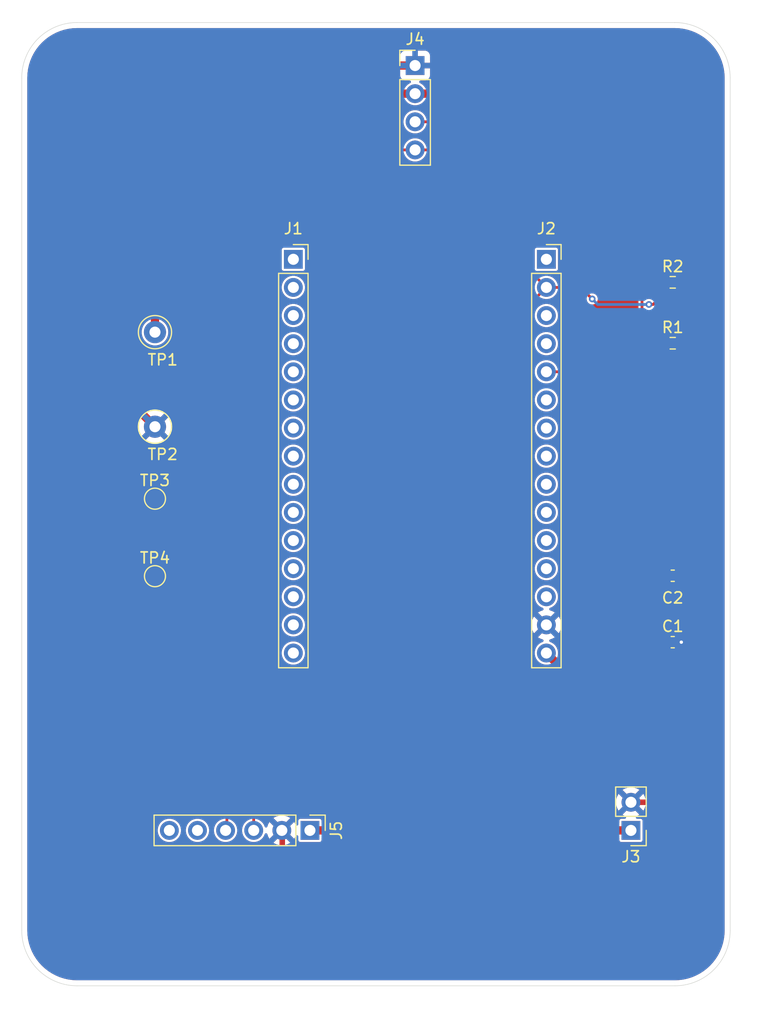
<source format=kicad_pcb>
(kicad_pcb (version 20241229) (generator "pcbnew") (generator_version "9.0")
  (layers (0 "F.Cu" signal) (2 "B.Cu" signal) (13 "F.Paste" user) (15 "B.Paste" user) (5 "F.SilkS" user "F.Silkscreen") (7 "B.SilkS" user "B.Silkscreen") (1 "F.Mask" user) (3 "B.Mask" user) (25 "Edge.Cuts" user))
  (net 0 "")
  (net 1 "+3.3V")
  (net 2 "GND")
  (net 28 "/SDA")
  (net 30 "/SCL")
  (footprint "Resistor_SMD:R_0603_1608Metric" (layer "F.Cu") (at 175.275 80)
    (property "Reference" "R2" (at 0 -1.43 0) (layer "F.SilkS"))
    (property "Value" "4.7k")
    (fp_line (start -0.237258 -0.5225) (end 0.237258 -0.5225) (stroke (width 0.12)) (layer "F.SilkS"))
    (fp_line (start -0.237258 0.5225) (end 0.237258 0.5225) (stroke (width 0.12)) (layer "F.SilkS"))
    (pad "1" smd roundrect (at -0.825 0) (size 0.8 0.95) (layers "F.Cu" "F.Mask" "F.Paste") (net 30 "/SCL"))
    (pad "2" smd roundrect (at 0.825 0) (size 0.8 0.95) (layers "F.Cu" "F.Mask" "F.Paste") (net 1 "+3.3V"))
  )
  (footprint "Connector_PinHeader_2.54mm:PinHeader_1x04_P2.54mm_Vertical" (layer "F.Cu") (at 152 60.42)
    (property "Reference" "J4" (at 0 -2.38 0) (layer "F.SilkS"))
    (property "Value" "OLED_I2C")
    (fp_line (start -1.38 -1.38) (end 0 -1.38) (stroke (width 0.12)) (layer "F.SilkS"))
    (fp_line (start -1.38 0) (end -1.38 -1.38) (stroke (width 0.12)) (layer "F.SilkS"))
    (fp_line (start -1.38 1.27) (end -1.38 9) (stroke (width 0.12)) (layer "F.SilkS"))
    (fp_line (start -1.38 1.27) (end 1.38 1.27) (stroke (width 0.12)) (layer "F.SilkS"))
    (fp_line (start -1.38 9) (end 1.38 9) (stroke (width 0.12)) (layer "F.SilkS"))
    (fp_line (start 1.38 1.27) (end 1.38 9) (stroke (width 0.12)) (layer "F.SilkS"))
    (pad "1" thru_hole rect (at 0 0) (size 1.7 1.7) (drill 1) (layers "*.Cu" "*.Mask") (net 2 "GND"))
    (pad "2" thru_hole circle (at 0 2.54) (size 1.7 1.7) (drill 1) (layers "*.Cu" "*.Mask") (net 1 "+3.3V"))
    (pad "3" thru_hole circle (at 0 5.08) (size 1.7 1.7) (drill 1) (layers "*.Cu" "*.Mask") (net 30 "/SCL"))
    (pad "4" thru_hole circle (at 0 7.62) (size 1.7 1.7) (drill 1) (layers "*.Cu" "*.Mask") (net 28 "/SDA"))
  )
  (footprint "Connector_PinHeader_2.54mm:PinHeader_1x06_P2.54mm_Vertical" (layer "F.Cu") (at 142.5 129.5 -90)
    (property "Reference" "J5" (at 0 -2.38 90) (layer "F.SilkS"))
    (property "Value" "MAX30102")
    (fp_line (start -1.38 14.08) (end 1.38 14.08) (stroke (width 0.12)) (layer "F.SilkS"))
    (fp_line (start -1.38 1.27) (end -1.38 14.08) (stroke (width 0.12)) (layer "F.SilkS"))
    (fp_line (start -1.38 1.27) (end 1.38 1.27) (stroke (width 0.12)) (layer "F.SilkS"))
    (fp_line (start 1.38 1.27) (end 1.38 14.08) (stroke (width 0.12)) (layer "F.SilkS"))
    (fp_line (start -1.38 0) (end -1.38 -1.38) (stroke (width 0.12)) (layer "F.SilkS"))
    (fp_line (start -1.38 -1.38) (end 0 -1.38) (stroke (width 0.12)) (layer "F.SilkS"))
    (pad "1" thru_hole rect (at 0 0 270) (size 1.7 1.7) (drill 1) (layers "*.Cu" "*.Mask") (net 1 "+3.3V"))
    (pad "2" thru_hole circle (at 0 2.54 270) (size 1.7 1.7) (drill 1) (layers "*.Cu" "*.Mask") (net 2 "GND"))
    (pad "3" thru_hole circle (at 0 5.08 270) (size 1.7 1.7) (drill 1) (layers "*.Cu" "*.Mask") (net 30 "/SCL"))
    (pad "4" thru_hole circle (at 0 7.62 270) (size 1.7 1.7) (drill 1) (layers "*.Cu" "*.Mask") (net 28 "/SDA"))
    (pad "5" thru_hole circle (at 0 10.16 270) (size 1.7 1.7) (drill 1) (layers "*.Cu" "*.Mask"))
    (pad "6" thru_hole circle (at 0 12.7 270) (size 1.7 1.7) (drill 1) (layers "*.Cu" "*.Mask"))
  )
  (footprint "Connector_PinHeader_2.54mm:PinHeader_1x02_P2.54mm_Vertical" (layer "F.Cu") (at 171.5 129.5 180)
    (property "Reference" "J3" (at 0 -2.38 0) (layer "F.SilkS"))
    (property "Value" "Conn_01x02_Pin")
    (fp_line (start 1.38 1.27) (end 1.38 3.92) (stroke (width 0.12)) (layer "F.SilkS"))
    (fp_line (start -1.38 3.92) (end 1.38 3.92) (stroke (width 0.12)) (layer "F.SilkS"))
    (fp_line (start -1.38 1.27) (end 1.38 1.27) (stroke (width 0.12)) (layer "F.SilkS"))
    (fp_line (start -1.38 1.27) (end -1.38 3.92) (stroke (width 0.12)) (layer "F.SilkS"))
    (fp_line (start -1.38 0) (end -1.38 -1.38) (stroke (width 0.12)) (layer "F.SilkS"))
    (fp_line (start -1.38 -1.38) (end 0 -1.38) (stroke (width 0.12)) (layer "F.SilkS"))
    (pad "1" thru_hole rect (at 0 0 180) (size 1.7 1.7) (drill 1) (layers "*.Cu" "*.Mask") (net 1 "+3.3V"))
    (pad "2" thru_hole circle (at 0 2.54 180) (size 1.7 1.7) (drill 1) (layers "*.Cu" "*.Mask") (net 2 "GND"))
  )
  (footprint "Connector_PinSocket_2.54mm:PinSocket_1x15_P2.54mm_Vertical" (layer "F.Cu") (at 163.86 77.92)
    (property "Reference" "J2" (at 0 -2.77 0) (layer "F.SilkS"))
    (property "Value" "ESP32 Col2")
    (fp_line (start -1.33 1.27) (end -1.33 36.89) (stroke (width 0.12)) (layer "F.SilkS"))
    (fp_line (start -1.33 1.27) (end 1.33 1.27) (stroke (width 0.12)) (layer "F.SilkS"))
    (fp_line (start -1.33 36.89) (end 1.33 36.89) (stroke (width 0.12)) (layer "F.SilkS"))
    (fp_line (start 0 -1.33) (end 1.33 -1.33) (stroke (width 0.12)) (layer "F.SilkS"))
    (fp_line (start 1.33 -1.33) (end 1.33 0) (stroke (width 0.12)) (layer "F.SilkS"))
    (fp_line (start 1.33 1.27) (end 1.33 36.89) (stroke (width 0.12)) (layer "F.SilkS"))
    (pad "1" thru_hole rect (at 0 0) (size 1.7 1.7) (drill 1) (layers "*.Cu" "*.Mask"))
    (pad "2" thru_hole circle (at 0 2.54) (size 1.7 1.7) (drill 1) (layers "*.Cu" "*.Mask") (net 30 "/SCL"))
    (pad "3" thru_hole circle (at 0 5.08) (size 1.7 1.7) (drill 1) (layers "*.Cu" "*.Mask"))
    (pad "4" thru_hole circle (at 0 7.62) (size 1.7 1.7) (drill 1) (layers "*.Cu" "*.Mask"))
    (pad "5" thru_hole circle (at 0 10.16) (size 1.7 1.7) (drill 1) (layers "*.Cu" "*.Mask") (net 28 "/SDA"))
    (pad "6" thru_hole circle (at 0 12.7) (size 1.7 1.7) (drill 1) (layers "*.Cu" "*.Mask"))
    (pad "7" thru_hole circle (at 0 15.24) (size 1.7 1.7) (drill 1) (layers "*.Cu" "*.Mask"))
    (pad "8" thru_hole circle (at 0 17.78) (size 1.7 1.7) (drill 1) (layers "*.Cu" "*.Mask"))
    (pad "9" thru_hole circle (at 0 20.32) (size 1.7 1.7) (drill 1) (layers "*.Cu" "*.Mask"))
    (pad "10" thru_hole circle (at 0 22.86) (size 1.7 1.7) (drill 1) (layers "*.Cu" "*.Mask"))
    (pad "11" thru_hole circle (at 0 25.4) (size 1.7 1.7) (drill 1) (layers "*.Cu" "*.Mask"))
    (pad "12" thru_hole circle (at 0 27.94) (size 1.7 1.7) (drill 1) (layers "*.Cu" "*.Mask"))
    (pad "13" thru_hole circle (at 0 30.48) (size 1.7 1.7) (drill 1) (layers "*.Cu" "*.Mask"))
    (pad "14" thru_hole circle (at 0 33.02) (size 1.7 1.7) (drill 1) (layers "*.Cu" "*.Mask") (net 2 "GND"))
    (pad "15" thru_hole circle (at 0 35.56) (size 1.7 1.7) (drill 1) (layers "*.Cu" "*.Mask") (net 1 "+3.3V"))
  )
  (footprint "Resistor_SMD:R_0603_1608Metric" (layer "F.Cu") (at 175.275 85.5)
    (property "Reference" "R1" (at 0 -1.43 0) (layer "F.SilkS"))
    (property "Value" "4.7k")
    (fp_line (start -0.237258 -0.5225) (end 0.237258 -0.5225) (stroke (width 0.12)) (layer "F.SilkS"))
    (fp_line (start -0.237258 0.5225) (end 0.237258 0.5225) (stroke (width 0.12)) (layer "F.SilkS"))
    (pad "1" smd roundrect (at -0.825 0) (size 0.8 0.95) (layers "F.Cu" "F.Mask" "F.Paste") (net 28 "/SDA"))
    (pad "2" smd roundrect (at 0.825 0) (size 0.8 0.95) (layers "F.Cu" "F.Mask" "F.Paste") (net 1 "+3.3V"))
  )
  (footprint "Capacitor_SMD:C_0603_1608Metric" (layer "F.Cu") (at 175.275 106.5)
    (property "Reference" "C2" (at 0 2 0) (layer "F.SilkS"))
    (property "Value" "0.1µF")
    (fp_line (start -0.14058 -0.51) (end 0.14058 -0.51) (stroke (width 0.12)) (layer "F.SilkS"))
    (fp_line (start -0.14058 0.51) (end 0.14058 0.51) (stroke (width 0.12)) (layer "F.SilkS"))
    (pad "1" smd roundrect (at -0.775 0) (size 0.9 0.95) (layers "F.Cu" "F.Mask" "F.Paste") (net 1 "+3.3V"))
    (pad "2" smd roundrect (at 0.775 0) (size 0.9 0.95) (layers "F.Cu" "F.Mask" "F.Paste") (net 2 "GND"))
  )
  (footprint "Capacitor_SMD:C_0603_1608Metric" (layer "F.Cu") (at 175.275 112.5)
    (property "Reference" "C1" (at 0 -1.43 0) (layer "F.SilkS"))
    (property "Value" "10µF")
    (fp_line (start -0.14058 -0.51) (end 0.14058 -0.51) (stroke (width 0.12)) (layer "F.SilkS"))
    (fp_line (start -0.14058 0.51) (end 0.14058 0.51) (stroke (width 0.12)) (layer "F.SilkS"))
    (pad "1" smd roundrect (at -0.775 0) (size 0.9 0.95) (layers "F.Cu" "F.Mask" "F.Paste") (net 1 "+3.3V"))
    (pad "2" smd roundrect (at 0.775 0) (size 0.9 0.95) (layers "F.Cu" "F.Mask" "F.Paste") (net 2 "GND"))
  )
  (footprint "TestPoint:TestPoint_Loop_D2.50mm_Drill1.0mm" (layer "F.Cu") (at 128.5 93.04)
    (property "Reference" "TP2" (at 0.7 2.5 0) (layer "F.SilkS"))
    (property "Value" "TP_GND")
    (fp_circle (center 0 0) (end 1.5 0) (stroke (width 0.12)) (fill no) (layer "F.SilkS"))
    (pad "1" thru_hole circle (at 0 0) (size 2 2) (drill 1) (layers "*.Cu" "*.Mask") (net 2 "GND"))
  )
  (footprint "Connector_PinSocket_2.54mm:PinSocket_1x15_P2.54mm_Vertical" (layer "F.Cu") (at 141 77.92)
    (property "Reference" "J1" (at 0 -2.77 0) (layer "F.SilkS"))
    (property "Value" "ESP32 Col1")
    (fp_line (start -1.33 1.27) (end -1.33 36.89) (stroke (width 0.12)) (layer "F.SilkS"))
    (fp_line (start -1.33 1.27) (end 1.33 1.27) (stroke (width 0.12)) (layer "F.SilkS"))
    (fp_line (start -1.33 36.89) (end 1.33 36.89) (stroke (width 0.12)) (layer "F.SilkS"))
    (fp_line (start 0 -1.33) (end 1.33 -1.33) (stroke (width 0.12)) (layer "F.SilkS"))
    (fp_line (start 1.33 -1.33) (end 1.33 0) (stroke (width 0.12)) (layer "F.SilkS"))
    (fp_line (start 1.33 1.27) (end 1.33 36.89) (stroke (width 0.12)) (layer "F.SilkS"))
    (pad "1" thru_hole rect (at 0 0) (size 1.7 1.7) (drill 1) (layers "*.Cu" "*.Mask"))
    (pad "2" thru_hole circle (at 0 2.54) (size 1.7 1.7) (drill 1) (layers "*.Cu" "*.Mask"))
    (pad "3" thru_hole circle (at 0 5.08) (size 1.7 1.7) (drill 1) (layers "*.Cu" "*.Mask"))
    (pad "4" thru_hole circle (at 0 7.62) (size 1.7 1.7) (drill 1) (layers "*.Cu" "*.Mask"))
    (pad "5" thru_hole circle (at 0 10.16) (size 1.7 1.7) (drill 1) (layers "*.Cu" "*.Mask"))
    (pad "6" thru_hole circle (at 0 12.7) (size 1.7 1.7) (drill 1) (layers "*.Cu" "*.Mask"))
    (pad "7" thru_hole circle (at 0 15.24) (size 1.7 1.7) (drill 1) (layers "*.Cu" "*.Mask"))
    (pad "8" thru_hole circle (at 0 17.78) (size 1.7 1.7) (drill 1) (layers "*.Cu" "*.Mask"))
    (pad "9" thru_hole circle (at 0 20.32) (size 1.7 1.7) (drill 1) (layers "*.Cu" "*.Mask"))
    (pad "10" thru_hole circle (at 0 22.86) (size 1.7 1.7) (drill 1) (layers "*.Cu" "*.Mask"))
    (pad "11" thru_hole circle (at 0 25.4) (size 1.7 1.7) (drill 1) (layers "*.Cu" "*.Mask"))
    (pad "12" thru_hole circle (at 0 27.94) (size 1.7 1.7) (drill 1) (layers "*.Cu" "*.Mask"))
    (pad "13" thru_hole circle (at 0 30.48) (size 1.7 1.7) (drill 1) (layers "*.Cu" "*.Mask"))
    (pad "14" thru_hole circle (at 0 33.02) (size 1.7 1.7) (drill 1) (layers "*.Cu" "*.Mask"))
    (pad "15" thru_hole circle (at 0 35.56) (size 1.7 1.7) (drill 1) (layers "*.Cu" "*.Mask"))
  )
  (footprint "TestPoint:TestPoint_Loop_D2.50mm_Drill1.0mm" (layer "F.Cu") (at 128.5 84.5)
    (property "Reference" "TP1" (at 0.7 2.5 0) (layer "F.SilkS"))
    (property "Value" "TP_3V3")
    (fp_circle (center 0 0) (end 1.5 0) (stroke (width 0.12)) (fill no) (layer "F.SilkS"))
    (pad "1" thru_hole circle (at 0 0) (size 2 2) (drill 1) (layers "*.Cu" "*.Mask") (net 1 "+3.3V"))
  )
  (footprint "TestPoint:TestPoint_Pad_D1.5mm" (layer "F.Cu") (at 128.5 106.54)
    (property "Reference" "TP4" (at 0 -1.648 0) (layer "F.SilkS"))
    (property "Value" "TP_SCL")
    (fp_circle (center 0 0) (end 0 0.95) (stroke (width 0.12)) (fill no) (layer "F.SilkS"))
    (pad "1" smd circle (at 0 0) (size 1.5 1.5) (layers "F.Cu" "F.Mask") (net 30 "/SCL"))
  )
  (footprint "TestPoint:TestPoint_Pad_D1.5mm" (layer "F.Cu") (at 128.5 99.54)
    (property "Reference" "TP3" (at 0 -1.648 0) (layer "F.SilkS"))
    (property "Value" "TP_SDA")
    (fp_circle (center 0 0) (end 0 0.95) (stroke (width 0.12)) (fill no) (layer "F.SilkS"))
    (pad "1" smd circle (at 0 0) (size 1.5 1.5) (layers "F.Cu" "F.Mask") (net 28 "/SDA"))
  )
  (gr_line (start 175.464466 143.535534) (end 121.464466 143.535534) (stroke (width 0.05)) (layer "Edge.Cuts"))
  (gr_line (start 121.464466 56.535534) (end 175.464466 56.535534) (stroke (width 0.05)) (layer "Edge.Cuts"))
  (gr_arc (start 116.464466 61.535534) (mid 117.928932 58) (end 121.464466 56.535534) (stroke (width 0.05)) (layer "Edge.Cuts"))
  (gr_line (start 116.464466 138.535534) (end 116.464466 61.535534) (stroke (width 0.05)) (layer "Edge.Cuts"))
  (gr_arc (start 180.464466 138.535534) (mid 179 142.071068) (end 175.464466 143.535534) (stroke (width 0.05)) (layer "Edge.Cuts"))
  (gr_arc (start 121.464466 143.535534) (mid 117.928932 142.071068) (end 116.464466 138.535534) (stroke (width 0.05)) (layer "Edge.Cuts"))
  (gr_line (start 180.464466 61.535534) (end 180.464466 138.535534) (stroke (width 0.05)) (layer "Edge.Cuts"))
  (gr_arc (start 175.464466 56.535534) (mid 179 58) (end 180.464466 61.535534) (stroke (width 0.05)) (layer "Edge.Cuts"))
  (segment (start 168.5 129.5) (end 166.38 127.38) (width 0.75) (layer "F.Cu") (net 1))
  (segment (start 174.5 112.5) (end 174.5 106.5) (width 0.75) (layer "F.Cu") (net 1))
  (segment (start 176.1 85.5) (end 176.1 80) (width 0.75) (layer "F.Cu") (net 1))
  (segment (start 172.5 116) (end 174.5 114) (width 0.75) (layer "F.Cu") (net 1))
  (segment (start 176.1 80) (end 176.1 73.1) (width 0.75) (layer "F.Cu") (net 1))
  (segment (start 176.1 90.4) (end 176.1 85.5) (width 0.75) (layer "F.Cu") (net 1))
  (segment (start 163.86 113.48) (end 166.38 116) (width 0.75) (layer "F.Cu") (net 1))
  (segment (start 164.26 129.5) (end 142.5 129.5) (width 0.75) (layer "F.Cu") (net 1))
  (segment (start 128.5 73) (end 128.5 84.5) (width 0.75) (layer "F.Cu") (net 1))
  (segment (start 166.38 127.38) (end 164.26 129.5) (width 0.75) (layer "F.Cu") (net 1))
  (segment (start 152 62.96) (end 138.54 62.96) (width 0.75) (layer "F.Cu") (net 1))
  (segment (start 176.1 73.1) (end 165.96 62.96) (width 0.75) (layer "F.Cu") (net 1))
  (segment (start 166.38 127.38) (end 166.38 116) (width 0.75) (layer "F.Cu") (net 1))
  (segment (start 171.5 129.5) (end 168.5 129.5) (width 0.75) (layer "F.Cu") (net 1))
  (segment (start 174.5 92) (end 176.1 90.4) (width 0.75) (layer "F.Cu") (net 1))
  (segment (start 166.38 116) (end 172.5 116) (width 0.75) (layer "F.Cu") (net 1))
  (segment (start 174.5 106.5) (end 174.5 92) (width 0.75) (layer "F.Cu") (net 1))
  (segment (start 138.54 62.96) (end 128.5 73) (width 0.75) (layer "F.Cu") (net 1))
  (segment (start 174.5 114) (end 174.5 112.5) (width 0.75) (layer "F.Cu") (net 1))
  (segment (start 165.96 62.96) (end 152 62.96) (width 0.75) (layer "F.Cu") (net 1))
  (segment (start 140 135.5) (end 140 129.54) (width 0.5) (layer "F.Cu") (net 2))
  (segment (start 176.05 112.5) (end 176.05 106.5) (width 0.5) (layer "F.Cu") (net 2))
  (segment (start 152 60.42) (end 132.58 60.42) (width 0.75) (layer "F.Cu") (net 2))
  (segment (start 175.000239 134.499761) (end 173 136.5) (width 0.5) (layer "F.Cu") (net 2))
  (segment (start 176.05 124.87) (end 176.05 112.5) (width 0.5) (layer "F.Cu") (net 2))
  (segment (start 127.5 138.5) (end 137 138.5) (width 0.75) (layer "F.Cu") (net 2))
  (segment (start 173.96 126.96) (end 176.05 124.87) (width 0.5) (layer "F.Cu") (net 2))
  (segment (start 120.5 85.04) (end 120.5 78) (width 0.75) (layer "F.Cu") (net 2))
  (segment (start 173.96 126.96) (end 175.000239 128.000239) (width 0.5) (layer "F.Cu") (net 2))
  (segment (start 137 138.5) (end 140 135.5) (width 0.75) (layer "F.Cu") (net 2))
  (segment (start 120.5 78) (end 120.5 131.5) (width 0.75) (layer "F.Cu") (net 2))
  (segment (start 149.5 136.5) (end 148.5 135.5) (width 0.5) (layer "F.Cu") (net 2))
  (segment (start 173 136.5) (end 149.5 136.5) (width 0.5) (layer "F.Cu") (net 2))
  (segment (start 132.58 60.42) (end 120.5 72.5) (width 0.75) (layer "F.Cu") (net 2))
  (segment (start 148.5 135.5) (end 140 135.5) (width 0.5) (layer "F.Cu") (net 2))
  (segment (start 120.5 72.5) (end 120.5 78) (width 0.75) (layer "F.Cu") (net 2))
  (segment (start 128.5 93.04) (end 120.5 85.04) (width 0.75) (layer "F.Cu") (net 2))
  (segment (start 120.5 131.5) (end 127.5 138.5) (width 0.75) (layer "F.Cu") (net 2))
  (segment (start 171.5 126.96) (end 173.96 126.96) (width 0.5) (layer "F.Cu") (net 2))
  (segment (start 175.000239 128.000239) (end 175.000239 134.499761) (width 0.5) (layer "F.Cu") (net 2))
  (segment (start 140 129.54) (end 139.96 129.5) (width 0.5) (layer "F.Cu") (net 2))
  (via (at 176.05 112.5) (size 0.6) (drill 0.3) (layers "F.Cu" "B.Cu") (net 2))
  (segment (start 163.86 110.94) (end 164.92 112) (width 0.5) (layer "B.Cu") (net 2))
  (segment (start 175.55 112) (end 176.05 112.5) (width 0.5) (layer "B.Cu") (net 2))
  (segment (start 164.92 112) (end 175.55 112) (width 0.5) (layer "B.Cu") (net 2))
  (segment (start 128.5 99.54) (end 130.96 99.54) (width 0.25) (layer "F.Cu") (net 28))
  (segment (start 174.45 84.45) (end 172.5 82.5) (width 0.25) (layer "F.Cu") (net 28))
  (segment (start 134.88 129.5) (end 135 129.38) (width 0.25) (layer "F.Cu") (net 28))
  (segment (start 174.45 85.5) (end 174.45 84.45) (width 0.25) (layer "F.Cu") (net 28))
  (segment (start 172.5 82.5) (end 172.5 78.5) (width 0.25) (layer "F.Cu") (net 28))
  (segment (start 162.04 68.04) (end 152 68.04) (width 0.25) (layer "F.Cu") (net 28))
  (segment (start 130.96 99.54) (end 134 96.5) (width 0.25) (layer "F.Cu") (net 28))
  (segment (start 135 129.38) (end 135 124.5) (width 0.25) (layer "F.Cu") (net 28))
  (segment (start 174.45 86.05) (end 172.42 88.08) (width 0.25) (layer "F.Cu") (net 28))
  (segment (start 172.5 78.5) (end 162.04 68.04) (width 0.25) (layer "F.Cu") (net 28))
  (segment (start 134 96.5) (end 134 72.5) (width 0.25) (layer "F.Cu") (net 28))
  (segment (start 138.46 68.04) (end 152 68.04) (width 0.25) (layer "F.Cu") (net 28))
  (segment (start 126 115.5) (end 126 102.04) (width 0.25) (layer "F.Cu") (net 28))
  (segment (start 174.45 85.5) (end 174.45 86.05) (width 0.25) (layer "F.Cu") (net 28))
  (segment (start 134 72.5) (end 138.46 68.04) (width 0.25) (layer "F.Cu") (net 28))
  (segment (start 135 124.5) (end 126 115.5) (width 0.25) (layer "F.Cu") (net 28))
  (segment (start 126 102.04) (end 128.5 99.54) (width 0.25) (layer "F.Cu") (net 28))
  (segment (start 172.42 88.08) (end 163.86 88.08) (width 0.25) (layer "F.Cu") (net 28))
  (segment (start 141 73) (end 156.4 73) (width 0.25) (layer "F.Cu") (net 30))
  (segment (start 174.45 81.05) (end 174.45 80.95) (width 0.25) (layer "F.Cu") (net 30))
  (segment (start 163.86 80.46) (end 166.96 80.46) (width 0.25) (layer "F.Cu") (net 30))
  (segment (start 163.86 80.46) (end 162.684 81.636) (width 0.25) (layer "F.Cu") (net 30))
  (segment (start 137.42 129.5) (end 137.42 123.92) (width 0.25) (layer "F.Cu") (net 30))
  (segment (start 137.42 123.92) (end 128.5 115) (width 0.25) (layer "F.Cu") (net 30))
  (segment (start 163.372884 89.256) (end 173.244 89.256) (width 0.25) (layer "F.Cu") (net 30))
  (segment (start 173.244 89.256) (end 175.176 87.324) (width 0.25) (layer "F.Cu") (net 30))
  (segment (start 174.45 80.95) (end 174.45 80) (width 0.25) (layer "F.Cu") (net 30))
  (segment (start 173.5 82) (end 174.45 81.05) (width 0.25) (layer "F.Cu") (net 30))
  (segment (start 173.125 82) (end 173.5 82) (width 0.25) (layer "F.Cu") (net 30))
  (segment (start 162.684 81.636) (end 162.684 88.567116) (width 0.25) (layer "F.Cu") (net 30))
  (segment (start 128.5 106.54) (end 136.5 98.54) (width 0.25) (layer "F.Cu") (net 30))
  (segment (start 175.176 82.676) (end 174.45 81.95) (width 0.25) (layer "F.Cu") (net 30))
  (segment (start 136.5 77.5) (end 141 73) (width 0.25) (layer "F.Cu") (net 30))
  (segment (start 156.4 73) (end 163.86 80.46) (width 0.25) (layer "F.Cu") (net 30))
  (segment (start 128.5 115) (end 128.5 106.54) (width 0.25) (layer "F.Cu") (net 30))
  (segment (start 162.684 88.567116) (end 163.372884 89.256) (width 0.25) (layer "F.Cu") (net 30))
  (segment (start 174.45 76.45) (end 174.45 80) (width 0.25) (layer "F.Cu") (net 30))
  (segment (start 152 65.5) (end 163.5 65.5) (width 0.25) (layer "F.Cu") (net 30))
  (segment (start 175.176 87.324) (end 175.176 82.676) (width 0.25) (layer "F.Cu") (net 30))
  (segment (start 166.96 80.46) (end 168 81.5) (width 0.25) (layer "F.Cu") (net 30))
  (segment (start 136.5 98.54) (end 136.5 77.5) (width 0.25) (layer "F.Cu") (net 30))
  (segment (start 174.45 81.95) (end 174.45 80.95) (width 0.25) (layer "F.Cu") (net 30))
  (segment (start 163.5 65.5) (end 174.45 76.45) (width 0.25) (layer "F.Cu") (net 30))
  (via (at 173.125 82) (size 0.6) (drill 0.3) (layers "F.Cu" "B.Cu") (net 30))
  (via (at 168 81.5) (size 0.6) (drill 0.3) (layers "F.Cu" "B.Cu") (net 30))
  (segment (start 168.5 82) (end 173.125 82) (width 0.25) (layer "B.Cu") (net 30))
  (segment (start 168 81.5) (end 168.5 82) (width 0.25) (layer "B.Cu") (net 30))
  (zone (net 2) (net_name "GND") (layer "F.Cu") (priority 1) (connect_pads (clearance 0.2)) (min_thickness 0.25) (fill yes (thermal_gap 0.5) (thermal_bridge_width 0.5))
    (polygon (pts (xy 183 54.5) (xy 114.5 54.5) (xy 114.5 147) (xy 183 147)))
  )
  (zone (net 2) (net_name "GND") (layer "B.Cu") (connect_pads (clearance 0.2)) (min_thickness 0.25) (fill yes (thermal_gap 0.5) (thermal_bridge_width 0.5))
    (polygon (pts (xy 183 146.5) (xy 183 54.5) (xy 114.5 54.5) (xy 114.5 146.5)))
  )
)
</source>
